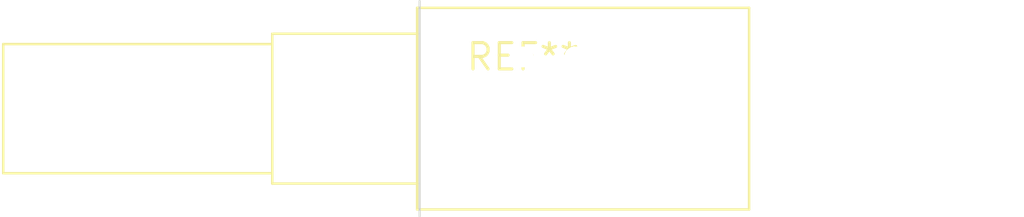
<source format=kicad_pcb>
(kicad_pcb (version 20240108) (generator pcbnew)
  (layers (0 "F.Cu" signal) (31 "B.Cu" signal) (34 "B.Paste" user) (35 "F.Paste" user) (36 "B.SilkS" user "B.Silkscreen") (37 "F.SilkS" user "F.Silkscreen") (38 "B.Mask" user) (39 "F.Mask" user) (44 "Edge.Cuts" user))
  (net 0 "")
  (footprint "Potentiometer_Alps_RK097_Dual_Horizontal_Switch" (layer "F.Cu") (at 0 0)
    (property "Reference" "REF**")
    (property "Value" "Potentiometer_Alps_RK097_Dual_Horizontal_Switch")
    (fp_line (start -25.12 5.62) (end -25.12 -0.62) (layer "F.SilkS") (stroke (width 0.12)))
    (fp_line (start -12.12 -0.62) (end -25.12 -0.62) (layer "F.SilkS") (stroke (width 0.12)))
    (fp_line (start -12.12 5.62) (end -25.12 5.62) (layer "F.SilkS") (stroke (width 0.12)))
    (fp_line (start -12.12 6.12) (end -12.12 -1.12) (layer "F.SilkS") (stroke (width 0.12)))
    (fp_line (start -5.12 -1.12) (end -12.12 -1.12) (layer "F.SilkS") (stroke (width 0.12)))
    (fp_line (start -5.12 6.12) (end -12.12 6.12) (layer "F.SilkS") (stroke (width 0.12)))
    (fp_line (start -5.12 7.37) (end -5.12 -2.37) (layer "F.SilkS") (stroke (width 0.12)))
    (fp_line (start 10.921 -2.37) (end -5.12 -2.37) (layer "F.SilkS") (stroke (width 0.12)))
    (fp_line (start 10.921 7.37) (end -5.12 7.37) (layer "F.SilkS") (stroke (width 0.12)))
    (fp_line (start 10.921 7.37) (end 10.921 -2.37) (layer "F.SilkS") (stroke (width 0.12)))
    (fp_line (start -5 -2.7) (end -5 7.7) (layer "Edge.Cuts") (stroke (width 0.1)))
    (pad "1" thru_hole roundrect (at 0 0 180) (size 1.8 1.8) (drill 1) (layers *.Cu *.Mask) (remove_unused_layers))
    (pad "2" thru_hole circle (at 0 2.5 180) (size 1.8 1.8) (drill 1) (layers *.Cu *.Mask) (remove_unused_layers))
    (pad "3" thru_hole circle (at 0 5 180) (size 1.8 1.8) (drill 1) (layers *.Cu *.Mask) (remove_unused_layers))
    (pad "4" thru_hole circle (at 2.5 0 180) (size 1.8 1.8) (drill 1) (layers *.Cu *.Mask) (remove_unused_layers))
    (pad "5" thru_hole circle (at 2.5 2.5 180) (size 1.8 1.8) (drill 1) (layers *.Cu *.Mask) (remove_unused_layers))
    (pad "6" thru_hole circle (at 2.5 5 180) (size 1.8 1.8) (drill 1) (layers *.Cu *.Mask) (remove_unused_layers))
    (pad "7" thru_hole circle (at 8.75 0 180) (size 1.8 1.8) (drill 1) (layers *.Cu *.Mask) (remove_unused_layers))
    (pad "8" thru_hole circle (at 8.75 5 180) (size 1.8 1.8) (drill 1) (layers *.Cu *.Mask) (remove_unused_layers))
  )
)
</source>
